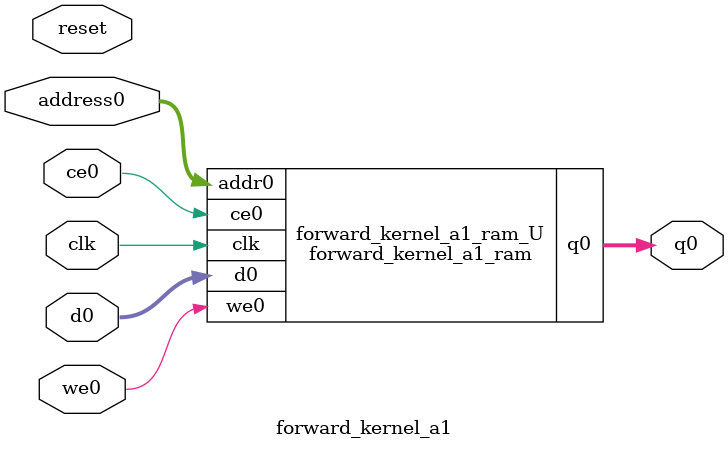
<source format=v>

`timescale 1 ns / 1 ps
module forward_kernel_a1_ram (addr0, ce0, d0, we0, q0,  clk);

parameter DWIDTH = 32;
parameter AWIDTH = 10;
parameter MEM_SIZE = 1024;

input[AWIDTH-1:0] addr0;
input ce0;
input[DWIDTH-1:0] d0;
input we0;
output reg[DWIDTH-1:0] q0;
input clk;

(* ram_style = "block" *)reg [DWIDTH-1:0] ram[0:MEM_SIZE-1];




always @(posedge clk)  
begin 
    if (ce0) 
    begin
        if (we0) 
        begin 
            ram[addr0] <= d0; 
            q0 <= d0;
        end 
        else 
            q0 <= ram[addr0];
    end
end


endmodule


`timescale 1 ns / 1 ps
module forward_kernel_a1(
    reset,
    clk,
    address0,
    ce0,
    we0,
    d0,
    q0);

parameter DataWidth = 32'd32;
parameter AddressRange = 32'd1024;
parameter AddressWidth = 32'd10;
input reset;
input clk;
input[AddressWidth - 1:0] address0;
input ce0;
input we0;
input[DataWidth - 1:0] d0;
output[DataWidth - 1:0] q0;



forward_kernel_a1_ram forward_kernel_a1_ram_U(
    .clk( clk ),
    .addr0( address0 ),
    .ce0( ce0 ),
    .d0( d0 ),
    .we0( we0 ),
    .q0( q0 ));

endmodule


</source>
